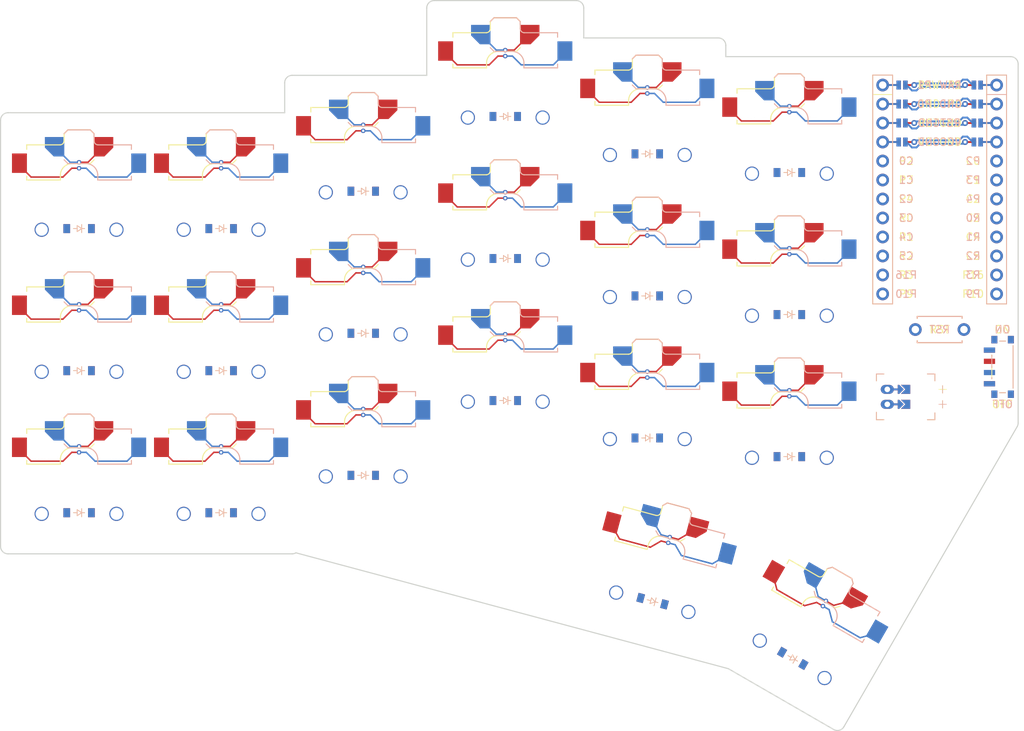
<source format=kicad_pcb>
(kicad_pcb (version 20240108) (generator "ergogen") (generator_version "4.1.0")
  (title_block (title "prototype") (date "2024-12-02") (rev "v1.0.0") (company "Unknown"))
  (layers (0 "F.Cu" signal) (31 "B.Cu" signal) (34 "B.Paste" user) (35 "F.Paste" user) (36 "B.SilkS" user "B.Silkscreen") (37 "F.SilkS" user "F.Silkscreen") (38 "B.Mask" user) (39 "F.Mask" user) (44 "Edge.Cuts" user))
  (net 0 "")
  (net 1 "C0")
  (net 2 "outer_bottom")
  (net 3 "GND")
  (net 4 "D1")
  (net 5 "D2")
  (net 6 "outer_home")
  (net 7 "outer_top")
  (net 8 "C1")
  (net 9 "pinky_bottom")
  (net 10 "pinky_home")
  (net 11 "pinky_top")
  (net 12 "C2")
  (net 13 "ring_bottom")
  (net 14 "ring_home")
  (net 15 "ring_top")
  (net 16 "C3")
  (net 17 "middle_bottom")
  (net 18 "middle_home")
  (net 19 "middle_top")
  (net 20 "C4")
  (net 21 "index_bottom")
  (net 22 "index_home")
  (net 23 "index_top")
  (net 24 "C5")
  (net 25 "indexfar_bottom")
  (net 26 "indexfar_home")
  (net 27 "indexfar_top")
  (net 28 "layer_cluster")
  (net 29 "space_cluster")
  (net 30 "R2")
  (net 31 "R1")
  (net 32 "R0")
  (net 33 "R3")
  (net 34 "RAW")
  (net 35 "RST")
  (net 36 "VCC")
  (net 37 "P16")
  (net 38 "P10")
  (net 39 "P1")
  (net 40 "P0")
  (net 41 "P2")
  (net 42 "P3")
  (net 43 "P4")
  (net 44 "P9")
  (net 45 "P101")
  (net 46 "P102")
  (net 47 "P107")
  (net 48 "MCU1_24")
  (net 49 "MCU1_1")
  (net 50 "MCU1_23")
  (net 51 "MCU1_2")
  (net 52 "MCU1_22")
  (net 53 "MCU1_3")
  (net 54 "MCU1_21")
  (net 55 "MCU1_4")
  (net 56 "MCU1_20")
  (net 57 "MCU1_5")
  (net 58 "MCU1_19")
  (net 59 "MCU1_6")
  (net 60 "MCU1_18")
  (net 61 "MCU1_7")
  (net 62 "MCU1_17")
  (net 63 "MCU1_8")
  (net 64 "MCU1_16")
  (net 65 "MCU1_9")
  (net 66 "MCU1_15")
  (net 67 "MCU1_10")
  (net 68 "MCU1_14")
  (net 69 "MCU1_11")
  (net 70 "MCU1_13")
  (net 71 "MCU1_12")
  (net 72 "BAT_P")
  (net 73 "JST1_1")
  (net 74 "JST1_2")
  (footprint "ceoloide:switch_choc_v1_v2" (layer "B.Cu") (at 100 100 0)
    (property "Reference" "S1" hide)
  )
  (segment (start 103.275 94.05) (end 101.2 96.125) (width 0.2) (layer "F.Cu") (net 1))
  (segment (start 101.2 96.125) (end 100 96.125) (width 0.2) (layer "F.Cu") (net 1))
  (via (at 100 96.125) (size 0.6) (drill 0.3) (layers "F.Cu" "B.Cu") (net 1))
  (segment (start 98.8 96.125) (end 100 96.125) (width 0.2) (layer "B.Cu") (net 1))
  (segment (start 96.725 94.05) (end 98.8 96.125) (width 0.2) (layer "B.Cu") (net 1))
  (segment (start 93.579 98.104) (end 97.846 98.104) (width 0.2) (layer "F.Cu") (net 2))
  (segment (start 99.025 96.925) (end 100 96.925) (width 0.2) (layer "F.Cu") (net 2))
  (segment (start 91.725 96.25) (end 93.579 98.104) (width 0.2) (layer "F.Cu") (net 2))
  (segment (start 97.846 98.104) (end 99.025 96.925) (width 0.2) (layer "F.Cu") (net 2))
  (via (at 100 96.925) (size 0.6) (drill 0.3) (layers "F.Cu" "B.Cu") (net 2))
  (segment (start 102.140166 98.104) (end 100.961166 96.925) (width 0.2) (layer "B.Cu") (net 2))
  (segment (start 106.421 98.104) (end 102.140166 98.104) (width 0.2) (layer "B.Cu") (net 2))
  (segment (start 100.961166 96.925) (end 100 96.925) (width 0.2) (layer "B.Cu") (net 2))
  (segment (start 108.275 96.25) (end 106.421 98.104) (width 0.2) (layer "B.Cu") (net 2))
  (footprint "ceoloide:switch_choc_v1_v2" (layer "B.Cu") (at 100 81 0)
    (property "Reference" "S2" hide)
  )
  (segment (start 103.275 75.05) (end 101.2 77.125) (width 0.2) (layer "F.Cu") (net 1))
  (segment (start 101.2 77.125) (end 100 77.125) (width 0.2) (layer "F.Cu") (net 1))
  (via (at 100 77.125) (size 0.6) (drill 0.3) (layers "F.Cu" "B.Cu") (net 1))
  (segment (start 98.8 77.125) (end 100 77.125) (width 0.2) (layer "B.Cu") (net 1))
  (segment (start 96.725 75.05) (end 98.8 77.125) (width 0.2) (layer "B.Cu") (net 1))
  (segment (start 93.579 79.104) (end 97.846 79.104) (width 0.2) (layer "F.Cu") (net 6))
  (segment (start 99.025 77.925) (end 100 77.925) (width 0.2) (layer "F.Cu") (net 6))
  (segment (start 91.725 77.25) (end 93.579 79.104) (width 0.2) (layer "F.Cu") (net 6))
  (segment (start 97.846 79.104) (end 99.025 77.925) (width 0.2) (layer "F.Cu") (net 6))
  (via (at 100 77.925) (size 0.6) (drill 0.3) (layers "F.Cu" "B.Cu") (net 6))
  (segment (start 102.140166 79.104) (end 100.961166 77.925) (width 0.2) (layer "B.Cu") (net 6))
  (segment (start 106.421 79.104) (end 102.140166 79.104) (width 0.2) (layer "B.Cu") (net 6))
  (segment (start 100.961166 77.925) (end 100 77.925) (width 0.2) (layer "B.Cu") (net 6))
  (segment (start 108.275 77.25) (end 106.421 79.104) (width 0.2) (layer "B.Cu") (net 6))
  (footprint "ceoloide:switch_choc_v1_v2" (layer "B.Cu") (at 100 62 0)
    (property "Reference" "S3" hide)
  )
  (segment (start 103.275 56.05) (end 101.2 58.125) (width 0.2) (layer "F.Cu") (net 1))
  (segment (start 101.2 58.125) (end 100 58.125) (width 0.2) (layer "F.Cu") (net 1))
  (via (at 100 58.125) (size 0.6) (drill 0.3) (layers "F.Cu" "B.Cu") (net 1))
  (segment (start 98.8 58.125) (end 100 58.125) (width 0.2) (layer "B.Cu") (net 1))
  (segment (start 96.725 56.05) (end 98.8 58.125) (width 0.2) (layer "B.Cu") (net 1))
  (segment (start 93.579 60.104) (end 97.846 60.104) (width 0.2) (layer "F.Cu") (net 7))
  (segment (start 99.025 58.925) (end 100 58.925) (width 0.2) (layer "F.Cu") (net 7))
  (segment (start 91.725 58.25) (end 93.579 60.104) (width 0.2) (layer "F.Cu") (net 7))
  (segment (start 97.846 60.104) (end 99.025 58.925) (width 0.2) (layer "F.Cu") (net 7))
  (via (at 100 58.925) (size 0.6) (drill 0.3) (layers "F.Cu" "B.Cu") (net 7))
  (segment (start 102.140166 60.104) (end 100.961166 58.925) (width 0.2) (layer "B.Cu") (net 7))
  (segment (start 106.421 60.104) (end 102.140166 60.104) (width 0.2) (layer "B.Cu") (net 7))
  (segment (start 100.961166 58.925) (end 100 58.925) (width 0.2) (layer "B.Cu") (net 7))
  (segment (start 108.275 58.25) (end 106.421 60.104) (width 0.2) (layer "B.Cu") (net 7))
  (footprint "ceoloide:switch_choc_v1_v2" (layer "B.Cu") (at 119 100 0)
    (property "Reference" "S4" hide)
  )
  (segment (start 122.275 94.05) (end 120.2 96.125) (width 0.2) (layer "F.Cu") (net 8))
  (segment (start 120.2 96.125) (end 119 96.125) (width 0.2) (layer "F.Cu") (net 8))
  (via (at 119 96.125) (size 0.6) (drill 0.3) (layers "F.Cu" "B.Cu") (net 8))
  (segment (start 117.8 96.125) (end 119 96.125) (width 0.2) (layer "B.Cu") (net 8))
  (segment (start 115.725 94.05) (end 117.8 96.125) (width 0.2) (layer "B.Cu") (net 8))
  (segment (start 112.579 98.104) (end 116.846 98.104) (width 0.2) (layer "F.Cu") (net 9))
  (segment (start 118.025 96.925) (end 119 96.925) (width 0.2) (layer "F.Cu") (net 9))
  (segment (start 110.725 96.25) (end 112.579 98.104) (width 0.2) (layer "F.Cu") (net 9))
  (segment (start 116.846 98.104) (end 118.025 96.925) (width 0.2) (layer "F.Cu") (net 9))
  (via (at 119 96.925) (size 0.6) (drill 0.3) (layers "F.Cu" "B.Cu") (net 9))
  (segment (start 121.140166 98.104) (end 119.961166 96.925) (width 0.2) (layer "B.Cu") (net 9))
  (segment (start 125.421 98.104) (end 121.140166 98.104) (width 0.2) (layer "B.Cu") (net 9))
  (segment (start 119.961166 96.925) (end 119 96.925) (width 0.2) (layer "B.Cu") (net 9))
  (segment (start 127.275 96.25) (end 125.421 98.104) (width 0.2) (layer "B.Cu") (net 9))
  (footprint "ceoloide:switch_choc_v1_v2" (layer "B.Cu") (at 119 81 0)
    (property "Reference" "S5" hide)
  )
  (segment (start 122.275 75.05) (end 120.2 77.125) (width 0.2) (layer "F.Cu") (net 8))
  (segment (start 120.2 77.125) (end 119 77.125) (width 0.2) (layer "F.Cu") (net 8))
  (via (at 119 77.125) (size 0.6) (drill 0.3) (layers "F.Cu" "B.Cu") (net 8))
  (segment (start 117.8 77.125) (end 119 77.125) (width 0.2) (layer "B.Cu") (net 8))
  (segment (start 115.725 75.05) (end 117.8 77.125) (width 0.2) (layer "B.Cu") (net 8))
  (segment (start 112.579 79.104) (end 116.846 79.104) (width 0.2) (layer "F.Cu") (net 10))
  (segment (start 118.025 77.925) (end 119 77.925) (width 0.2) (layer "F.Cu") (net 10))
  (segment (start 110.725 77.25) (end 112.579 79.104) (width 0.2) (layer "F.Cu") (net 10))
  (segment (start 116.846 79.104) (end 118.025 77.925) (width 0.2) (layer "F.Cu") (net 10))
  (via (at 119 77.925) (size 0.6) (drill 0.3) (layers "F.Cu" "B.Cu") (net 10))
  (segment (start 121.140166 79.104) (end 119.961166 77.925) (width 0.2) (layer "B.Cu") (net 10))
  (segment (start 125.421 79.104) (end 121.140166 79.104) (width 0.2) (layer "B.Cu") (net 10))
  (segment (start 119.961166 77.925) (end 119 77.925) (width 0.2) (layer "B.Cu") (net 10))
  (segment (start 127.275 77.25) (end 125.421 79.104) (width 0.2) (layer "B.Cu") (net 10))
  (footprint "ceoloide:switch_choc_v1_v2" (layer "B.Cu") (at 119 62 0)
    (property "Reference" "S6" hide)
  )
  (segment (start 122.275 56.05) (end 120.2 58.125) (width 0.2) (layer "F.Cu") (net 8))
  (segment (start 120.2 58.125) (end 119 58.125) (width 0.2) (layer "F.Cu") (net 8))
  (via (at 119 58.125) (size 0.6) (drill 0.3) (layers "F.Cu" "B.Cu") (net 8))
  (segment (start 117.8 58.125) (end 119 58.125) (width 0.2) (layer "B.Cu") (net 8))
  (segment (start 115.725 56.05) (end 117.8 58.125) (width 0.2) (layer "B.Cu") (net 8))
  (segment (start 112.579 60.104) (end 116.846 60.104) (width 0.2) (layer "F.Cu") (net 11))
  (segment (start 118.025 58.925) (end 119 58.925) (width 0.2) (layer "F.Cu") (net 11))
  (segment (start 110.725 58.25) (end 112.579 60.104) (width 0.2) (layer "F.Cu") (net 11))
  (segment (start 116.846 60.104) (end 118.025 58.925) (width 0.2) (layer "F.Cu") (net 11))
  (via (at 119 58.925) (size 0.6) (drill 0.3) (layers "F.Cu" "B.Cu") (net 11))
  (segment (start 121.140166 60.104) (end 119.961166 58.925) (width 0.2) (layer "B.Cu") (net 11))
  (segment (start 125.421 60.104) (end 121.140166 60.104) (width 0.2) (layer "B.Cu") (net 11))
  (segment (start 119.961166 58.925) (end 119 58.925) (width 0.2) (layer "B.Cu") (net 11))
  (segment (start 127.275 58.25) (end 125.421 60.104) (width 0.2) (layer "B.Cu") (net 11))
  (footprint "ceoloide:switch_choc_v1_v2" (layer "B.Cu") (at 138 95 0)
    (property "Reference" "S7" hide)
  )
  (segment (start 141.275 89.05) (end 139.2 91.125) (width 0.2) (layer "F.Cu") (net 12))
  (segment (start 139.2 91.125) (end 138 91.125) (width 0.2) (layer "F.Cu") (net 12))
  (via (at 138 91.125) (size 0.6) (drill 0.3) (layers "F.Cu" "B.Cu") (net 12))
  (segment (start 136.8 91.125) (end 138 91.125) (width 0.2) (layer "B.Cu") (net 12))
  (segment (start 134.725 89.05) (end 136.8 91.125) (width 0.2) (layer "B.Cu") (net 12))
  (segment (start 131.579 93.104) (end 135.846 93.104) (width 0.2) (layer "F.Cu") (net 13))
  (segment (start 137.025 91.925) (end 138 91.925) (width 0.2) (layer "F.Cu") (net 13))
  (segment (start 129.725 91.25) (end 131.579 93.104) (width 0.2) (layer "F.Cu") (net 13))
  (segment (start 135.846 93.104) (end 137.025 91.925) (width 0.2) (layer "F.Cu") (net 13))
  (via (at 138 91.925) (size 0.6) (drill 0.3) (layers "F.Cu" "B.Cu") (net 13))
  (segment (start 140.140166 93.104) (end 138.961166 91.925) (width 0.2) (layer "B.Cu") (net 13))
  (segment (start 144.421 93.104) (end 140.140166 93.104) (width 0.2) (layer "B.Cu") (net 13))
  (segment (start 138.961166 91.925) (end 138 91.925) (width 0.2) (layer "B.Cu") (net 13))
  (segment (start 146.275 91.25) (end 144.421 93.104) (width 0.2) (layer "B.Cu") (net 13))
  (footprint "ceoloide:switch_choc_v1_v2" (layer "B.Cu") (at 138 76 0)
    (property "Reference" "S8" hide)
  )
  (segment (start 141.275 70.05) (end 139.2 72.125) (width 0.2) (layer "F.Cu") (net 12))
  (segment (start 139.2 72.125) (end 138 72.125) (width 0.2) (layer "F.Cu") (net 12))
  (via (at 138 72.125) (size 0.6) (drill 0.3) (layers "F.Cu" "B.Cu") (net 12))
  (segment (start 136.8 72.125) (end 138 72.125) (width 0.2) (layer "B.Cu") (net 12))
  (segment (start 134.725 70.05) (end 136.8 72.125) (width 0.2) (layer "B.Cu") (net 12))
  (segment (start 131.579 74.104) (end 135.846 74.104) (width 0.2) (layer "F.Cu") (net 14))
  (segment (start 137.025 72.925) (end 138 72.925) (width 0.2) (layer "F.Cu") (net 14))
  (segment (start 129.725 72.25) (end 131.579 74.104) (width 0.2) (layer "F.Cu") (net 14))
  (segment (start 135.846 74.104) (end 137.025 72.925) (width 0.2) (layer "F.Cu") (net 14))
  (via (at 138 72.925) (size 0.6) (drill 0.3) (layers "F.Cu" "B.Cu") (net 14))
  (segment (start 140.140166 74.104) (end 138.961166 72.925) (width 0.2) (layer "B.Cu") (net 14))
  (segment (start 144.421 74.104) (end 140.140166 74.104) (width 0.2) (layer "B.Cu") (net 14))
  (segment (start 138.961166 72.925) (end 138 72.925) (width 0.2) (layer "B.Cu") (net 14))
  (segment (start 146.275 72.25) (end 144.421 74.104) (width 0.2) (layer "B.Cu") (net 14))
  (footprint "ceoloide:switch_choc_v1_v2" (layer "B.Cu") (at 138 57 0)
    (property "Reference" "S9" hide)
  )
  (segment (start 141.275 51.05) (end 139.2 53.125) (width 0.2) (layer "F.Cu") (net 12))
  (segment (start 139.2 53.125) (end 138 53.125) (width 0.2) (layer "F.Cu") (net 12))
  (via (at 138 53.125) (size 0.6) (drill 0.3) (layers "F.Cu" "B.Cu") (net 12))
  (segment (start 136.8 53.125) (end 138 53.125) (width 0.2) (layer "B.Cu") (net 12))
  (segment (start 134.725 51.05) (end 136.8 53.125) (width 0.2) (layer "B.Cu") (net 12))
  (segment (start 131.579 55.104) (end 135.846 55.104) (width 0.2) (layer "F.Cu") (net 15))
  (segment (start 137.025 53.925) (end 138 53.925) (width 0.2) (layer "F.Cu") (net 15))
  (segment (start 129.725 53.25) (end 131.579 55.104) (width 0.2) (layer "F.Cu") (net 15))
  (segment (start 135.846 55.104) (end 137.025 53.925) (width 0.2) (layer "F.Cu") (net 15))
  (via (at 138 53.925) (size 0.6) (drill 0.3) (layers "F.Cu" "B.Cu") (net 15))
  (segment (start 140.140166 55.104) (end 138.961166 53.925) (width 0.2) (layer "B.Cu") (net 15))
  (segment (start 144.421 55.104) (end 140.140166 55.104) (width 0.2) (layer "B.Cu") (net 15))
  (segment (start 138.961166 53.925) (end 138 53.925) (width 0.2) (layer "B.Cu") (net 15))
  (segment (start 146.275 53.25) (end 144.421 55.104) (width 0.2) (layer "B.Cu") (net 15))
  (footprint "ceoloide:switch_choc_v1_v2" (layer "B.Cu") (at 157 85 0)
    (property "Reference" "S10" hide)
  )
  (segment (start 160.275 79.05) (end 158.2 81.125) (width 0.2) (layer "F.Cu") (net 16))
  (segment (start 158.2 81.125) (end 157 81.125) (width 0.2) (layer "F.Cu") (net 16))
  (via (at 157 81.125) (size 0.6) (drill 0.3) (layers "F.Cu" "B.Cu") (net 16))
  (segment (start 155.8 81.125) (end 157 81.125) (width 0.2) (layer "B.Cu") (net 16))
  (segment (start 153.725 79.05) (end 155.8 81.125) (width 0.2) (layer "B.Cu") (net 16))
  (segment (start 150.579 83.104) (end 154.846 83.104) (width 0.2) (layer "F.Cu") (net 17))
  (segment (start 156.025 81.925) (end 157 81.925) (width 0.2) (layer "F.Cu") (net 17))
  (segment (start 148.725 81.25) (end 150.579 83.104) (width 0.2) (layer "F.Cu") (net 17))
  (segment (start 154.846 83.104) (end 156.025 81.925) (width 0.2) (layer "F.Cu") (net 17))
  (via (at 157 81.925) (size 0.6) (drill 0.3) (layers "F.Cu" "B.Cu") (net 17))
  (segment (start 159.140166 83.104) (end 157.961166 81.925) (width 0.2) (layer "B.Cu") (net 17))
  (segment (start 163.421 83.104) (end 159.140166 83.104) (width 0.2) (layer "B.Cu") (net 17))
  (segment (start 157.961166 81.925) (end 157 81.925) (width 0.2) (layer "B.Cu") (net 17))
  (segment (start 165.275 81.25) (end 163.421 83.104) (width 0.2) (layer "B.Cu") (net 17))
  (footprint "ceoloide:switch_choc_v1_v2" (layer "B.Cu") (at 157 66 0)
    (property "Reference" "S11" hide)
  )
  (segment (start 160.275 60.05) (end 158.2 62.125) (width 0.2) (layer "F.Cu") (net 16))
  (segment (start 158.2 62.125) (end 157 62.125) (width 0.2) (layer "F.Cu") (net 16))
  (via (at 157 62.125) (size 0.6) (drill 0.3) (layers "F.Cu" "B.Cu") (net 16))
  (segment (start 155.8 62.125) (end 157 62.125) (width 0.2) (layer "B.Cu") (net 16))
  (segment (start 153.725 60.05) (end 155.8 62.125) (width 0.2) (layer "B.Cu") (net 16))
  (segment (start 150.579 64.104) (end 154.846 64.104) (width 0.2) (layer "F.Cu") (net 18))
  (segment (start 156.025 62.925) (end 157 62.925) (width 0.2) (layer "F.Cu") (net 18))
  (segment (start 148.725 62.25) (end 150.579 64.104) (width 0.2) (layer "F.Cu") (net 18))
  (segment (start 154.846 64.104) (end 156.025 62.925) (width 0.2) (layer "F.Cu") (net 18))
  (via (at 157 62.925) (size 0.6) (drill 0.3) (layers "F.Cu" "B.Cu") (net 18))
  (segment (start 159.140166 64.104) (end 157.961166 62.925) (width 0.2) (layer "B.Cu") (net 18))
  (segment (start 163.421 64.104) (end 159.140166 64.104) (width 0.2) (layer "B.Cu") (net 18))
  (segment (start 157.961166 62.925) (end 157 62.925) (width 0.2) (layer "B.Cu") (net 18))
  (segment (start 165.275 62.25) (end 163.421 64.104) (width 0.2) (layer "B.Cu") (net 18))
  (footprint "ceoloide:switch_choc_v1_v2" (layer "B.Cu") (at 157 47 0)
    (property "Reference" "S12" hide)
  )
  (segment (start 160.275 41.05) (end 158.2 43.125) (width 0.2) (layer "F.Cu") (net 16))
  (segment (start 158.2 43.125) (end 157 43.125) (width 0.2) (layer "F.Cu") (net 16))
  (via (at 157 43.125) (size 0.6) (drill 0.3) (layers "F.Cu" "B.Cu") (net 16))
  (segment (start 155.8 43.125) (end 157 43.125) (width 0.2) (layer "B.Cu") (net 16))
  (segment (start 153.725 41.05) (end 155.8 43.125) (width 0.2) (layer "B.Cu") (net 16))
  (segment (start 150.579 45.104) (end 154.846 45.104) (width 0.2) (layer "F.Cu") (net 19))
  (segment (start 156.025 43.925) (end 157 43.925) (width 0.2) (layer "F.Cu") (net 19))
  (segment (start 148.725 43.25) (end 150.579 45.104) (width 0.2) (layer "F.Cu") (net 19))
  (segment (start 154.846 45.104) (end 156.025 43.925) (width 0.2) (layer "F.Cu") (net 19))
  (via (at 157 43.925) (size 0.6) (drill 0.3) (layers "F.Cu" "B.Cu") (net 19))
  (segment (start 159.140166 45.104) (end 157.961166 43.925) (width 0.2) (layer "B.Cu") (net 19))
  (segment (start 163.421 45.104) (end 159.140166 45.104) (width 0.2) (layer "B.Cu") (net 19))
  (segment (start 157.961166 43.925) (end 157 43.925) (width 0.2) (layer "B.Cu") (net 19))
  (segment (start 165.275 43.25) (end 163.421 45.104) (width 0.2) (layer "B.Cu") (net 19))
  (footprint "ceoloide:switch_choc_v1_v2" (layer "B.Cu") (at 176 90 0)
    (property "Reference" "S13" hide)
  )
  (segment (start 179.275 84.05) (end 177.2 86.125) (width 0.2) (layer "F.Cu") (net 20))
  (segment (start 177.2 86.125) (end 176 86.125) (width 0.2) (layer "F.Cu") (net 20))
  (via (at 176 86.125) (size 0.6) (drill 0.3) (layers "F.Cu" "B.Cu") (net 20))
  (segment (start 174.8 86.125) (end 176 86.125) (width 0.2) (layer "B.Cu") (net 20))
  (segment (start 172.725 84.05) (end 174.8 86.125) (width 0.2) (layer "B.Cu") (net 20))
  (segment (start 169.579 88.104) (end 173.846 88.104) (width 0.2) (layer "F.Cu") (net 21))
  (segment (start 175.025 86.925) (end 176 86.925) (width 0.2) (layer "F.Cu") (net 21))
  (segment (start 167.725 86.25) (end 169.579 88.104) (width 0.2) (layer "F.Cu") (net 21))
  (segment (start 173.846 88.104) (end 175.025 86.925) (width 0.2) (layer "F.Cu") (net 21))
  (via (at 176 86.925) (size 0.6) (drill 0.3) (layers "F.Cu" "B.Cu") (net 21))
  (segment (start 178.140166 88.104) (end 176.961166 86.925) (width 0.2) (layer "B.Cu") (net 21))
  (segment (start 182.421 88.104) (end 178.140166 88.104) (width 0.2) (layer "B.Cu") (net 21))
  (segment (start 176.961166 86.925) (end 176 86.925) (width 0.2) (layer "B.Cu") (net 21))
  (segment (start 184.275 86.25) (end 182.421 88.104) (width 0.2) (layer "B.Cu") (net 21))
  (footprint "ceoloide:switch_choc_v1_v2" (layer "B.Cu") (at 176 71 0)
    (property "Reference" "S14" hide)
  )
  (segment (start 179.275 65.05) (end 177.2 67.125) (width 0.2) (layer "F.Cu") (net 20))
  (segment (start 177.2 67.125) (end 176 67.125) (width 0.2) (layer "F.Cu") (net 20))
  (via (at 176 67.125) (size 0.6) (drill 0.3) (layers "F.Cu" "B.Cu") (net 20))
  (segment (start 174.8 67.125) (end 176 67.125) (width 0.2) (layer "B.Cu") (net 20))
  (segment (start 172.725 65.05) (end 174.8 67.125) (width 0.2) (layer "B.Cu") (net 20))
  (segment (start 169.579 69.104) (end 173.846 69.104) (width 0.2) (layer "F.Cu") (net 22))
  (segment (start 175.025 67.925) (end 176 67.925) (width 0.2) (layer "F.Cu") (net 22))
  (segment (start 167.725 67.25) (end 169.579 69.104) (width 0.2) (layer "F.Cu") (net 22))
  (segment (start 173.846 69.104) (end 175.025 67.925) (width 0.2) (layer "F.Cu") (net 22))
  (via (at 176 67.925) (size 0.6) (drill 0.3) (layers "F.Cu" "B.Cu") (net 22))
  (segment (start 178.140166 69.104) (end 176.961166 67.925) (width 0.2) (layer "B.Cu") (net 22))
  (segment (start 182.421 69.104) (end 178.140166 69.104) (width 0.2) (layer "B.Cu") (net 22))
  (segment (start 176.961166 67.925) (end 176 67.925) (width 0.2) (layer "B.Cu") (net 22))
  (segment (start 184.275 67.25) (end 182.421 69.104) (width 0.2) (layer "B.Cu") (net 22))
  (footprint "ceoloide:switch_choc_v1_v2" (layer "B.Cu") (at 176 52 0)
    (property "Reference" "S15" hide)
  )
  (segment (start 179.275 46.05) (end 177.2 48.125) (width 0.2) (layer "F.Cu") (net 20))
  (segment (start 177.2 48.125) (end 176 48.125) (width 0.2) (layer "F.Cu") (net 20))
  (via (at 176 48.125) (size 0.6) (drill 0.3) (layers "F.Cu" "B.Cu") (net 20))
  (segment (start 174.8 48.125) (end 176 48.125) (width 0.2) (layer "B.Cu") (net 20))
  (segment (start 172.725 46.05) (end 174.8 48.125) (width 0.2) (layer "B.Cu") (net 20))
  (segment (start 169.579 50.104) (end 173.846 50.104) (width 0.2) (layer "F.Cu") (net 23))
  (segment (start 175.025 48.925) (end 176 48.925) (width 0.2) (layer "F.Cu") (net 23))
  (segment (start 167.725 48.25) (end 169.579 50.104) (width 0.2) (layer "F.Cu") (net 23))
  (segment (start 173.846 50.104) (end 175.025 48.925) (width 0.2) (layer "F.Cu") (net 23))
  (via (at 176 48.925) (size 0.6) (drill 0.3) (layers "F.Cu" "B.Cu") (net 23))
  (segment (start 178.140166 50.104) (end 176.961166 48.925) (width 0.2) (layer "B.Cu") (net 23))
  (segment (start 182.421 50.104) (end 178.140166 50.104) (width 0.2) (layer "B.Cu") (net 23))
  (segment (start 176.961166 48.925) (end 176 48.925) (width 0.2) (layer "B.Cu") (net 23))
  (segment (start 184.275 48.25) (end 182.421 50.104) (width 0.2) (layer "B.Cu") (net 23))
  (footprint "ceoloide:switch_choc_v1_v2" (layer "B.Cu") (at 195 92.5 0)
    (property "Reference" "S16" hide)
  )
  (segment (start 198.275 86.55) (end 196.2 88.625) (width 0.2) (layer "F.Cu") (net 24))
  (segment (start 196.2 88.625) (end 195 88.625) (width 0.2) (layer "F.Cu") (net 24))
  (via (at 195 88.625) (size 0.6) (drill 0.3) (layers "F.Cu" "B.Cu") (net 24))
  (segment (start 193.8 88.625) (end 195 88.625) (width 0.2) (layer "B.Cu") (net 24))
  (segment (start 191.725 86.55) (end 193.8 88.625) (width 0.2) (layer "B.Cu") (net 24))
  (segment (start 188.579 90.604) (end 192.846 90.604) (width 0.2) (layer "F.Cu") (net 25))
  (segment (start 194.025 89.425) (end 195 89.425) (width 0.2) (layer "F.Cu") (net 25))
  (segment (start 186.725 88.75) (end 188.579 90.604) (width 0.2) (layer "F.Cu") (net 25))
  (segment (start 192.846 90.604) (end 194.025 89.425) (width 0.2) (layer "F.Cu") (net 25))
  (via (at 195 89.425) (size 0.6) (drill 0.3) (layers "F.Cu" "B.Cu") (net 25))
  (segment (start 197.140166 90.604) (end 195.961166 89.425) (width 0.2) (layer "B.Cu") (net 25))
  (segment (start 201.421 90.604) (end 197.140166 90.604) (width 0.2) (layer "B.Cu") (net 25))
  (segment (start 195.961166 89.425) (end 195 89.425) (width 0.2) (layer "B.Cu") (net 25))
  (segment (start 203.275 88.75) (end 201.421 90.604) (width 0.2) (layer "B.Cu") (net 25))
  (footprint "ceoloide:switch_choc_v1_v2" (layer "B.Cu") (at 195 73.5 0)
    (property "Reference" "S17" hide)
  )
  (segment (start 198.275 67.55) (end 196.2 69.625) (width 0.2) (layer "F.Cu") (net 24))
  (segment (start 196.2 69.625) (end 195 69.625) (width 0.2) (layer "F.Cu") (net 24))
  (via (at 195 69.625) (size 0.6) (drill 0.3) (layers "F.Cu" "B.Cu") (net 24))
  (segment (start 193.8 69.625) (end 195 69.625) (width 0.2) (layer "B.Cu") (net 24))
  (segment (start 191.725 67.55) (end 193.8 69.625) (width 0.2) (layer "B.Cu") (net 24))
  (segment (start 188.579 71.604) (end 192.846 71.604) (width 0.2) (layer "F.Cu") (net 26))
  (segment (start 194.025 70.425) (end 195 70.425) (width 0.2) (layer "F.Cu") (net 26))
  (segment (start 186.725 69.75) (end 188.579 71.604) (width 0.2) (layer "F.Cu") (net 26))
  (segment (start 192.846 71.604) (end 194.025 70.425) (width 0.2) (layer "F.Cu") (net 26))
  (via (at 195 70.425) (size 0.6) (drill 0.3) (layers "F.Cu" "B.Cu") (net 26))
  (segment (start 197.140166 71.604) (end 195.961166 70.425) (width 0.2) (layer "B.Cu") (net 26))
  (segment (start 201.421 71.604) (end 197.140166 71.604) (width 0.2) (layer "B.Cu") (net 26))
  (segment (start 195.961166 70.425) (end 195 70.425) (width 0.2) (layer "B.Cu") (net 26))
  (segment (start 203.275 69.75) (end 201.421 71.604) (width 0.2) (layer "B.Cu") (net 26))
  (footprint "ceoloide:switch_choc_v1_v2" (layer "B.Cu") (at 195 54.5 0)
    (property "Reference" "S18" hide)
  )
  (segment (start 198.275 48.55) (end 196.2 50.625) (width 0.2) (layer "F.Cu") (net 24))
  (segment (start 196.2 50.625) (end 195 50.625) (width 0.2) (layer "F.Cu") (net 24))
  (via (at 195 50.625) (size 0.6) (drill 0.3) (layers "F.Cu" "B.Cu") (net 24))
  (segment (start 193.8 50.625) (end 195 50.625) (width 0.2) (layer "B.Cu") (net 24))
  (segment (start 191.725 48.55) (end 193.8 50.625) (width 0.2) (layer "B.Cu") (net 24))
  (segment (start 188.579 52.604) (end 192.846 52.604) (width 0.2) (layer "F.Cu") (net 27))
  (segment (start 194.025 51.425) (end 195 51.425) (width 0.2) (layer "F.Cu") (net 27))
  (segment (start 186.725 50.75) (end 188.579 52.604) (width 0.2) (layer "F.Cu") (net 27))
  (segment (start 192.846 52.604) (end 194.025 51.425) (width 0.2) (layer "F.Cu") (net 27))
  (via (at 195 51.425) (size 0.6) (drill 0.3) (layers "F.Cu" "B.Cu") (net 27))
  (segment (start 197.140166 52.604) (end 195.961166 51.425) (width 0.2) (layer "B.Cu") (net 27))
  (segment (start 201.421 52.604) (end 197.140166 52.604) (width 0.2) (layer "B.Cu") (net 27))
  (segment (start 195.961166 51.425) (end 195 51.425) (width 0.2) (layer "B.Cu") (net 27))
  (segment (start 203.275 50.75) (end 201.421 52.604) (width 0.2) (layer "B.Cu") (net 27))
  (footprint "ceoloide:switch_choc_v1_v2" (layer "B.Cu") (at 178 112 -15)
    (property "Reference" "S19" hide)
  )
  (segment (start 182.70338040000001 107.1003737) (end 180.1620348 108.5676203) (width 0.2) (layer "F.Cu") (net 20))
  (segment (start 180.1620348 108.5676203) (end 179.0029238 108.2570374) (width 0.2) (layer "F.Cu") (net 20))
  (via (at 179.0029238 108.2570374) (size 0.6) (drill 0.3) (layers "F.Cu" "B.Cu") (net 20))
  (segment (start 177.8438128 107.9464546) (end 179.0029238 108.2570374) (width 0.2) (layer "B.Cu") (net 20))
  (segment (start 176.3765662 105.405109) (end 177.8438128 107.9464546) (width 0.2) (layer "B.Cu") (net 20))
  (segment (start 172.2885112 108.5067275) (end 176.4101167 109.6111084) (width 0.2) (layer "F.Cu") (net 28))
  (segment (start 177.8540909 108.7774295) (end 178.7958686 109.0297781) (width 0.2) (layer "F.Cu") (net 28))
  (segment (start 170.9775352 106.2360506) (end 172.2885112 108.5067275) (width 0.2) (layer "F.Cu") (net 28))
  (segment (start 176.4101167 109.6111084) (end 177.8540909 108.7774295) (width 0.2) (layer "F.Cu") (net 28))
  (via (at 178.7958686 109.0297781) (size 0.6) (drill 0.3) (layers "F.Cu" "B.Cu") (net 28))
  (segment (start 180.5579625 110.7225204) (end 179.7242836 109.2785462) (width 0.2) (layer "B.Cu") (net 28))
  (segment (start 184.6929306 111.8304817) (end 180.5579625 110.7225204) (width 0.2) (layer "B.Cu") (net 28))
  (segment (start 179.7242836 109.2785462) (end 178.7958686 109.0297781) (width 0.2) (layer "B.Cu") (net 28))
  (segment (start 186.9636076 110.5195057) (end 184.6929306 111.8304817) (width 0.2) (layer "B.Cu") (net 28))
  (footprint "ceoloide:switch_choc_v1_v2" (layer "B.Cu") (at 197.95066690000002 120.14961269999999 -30)
    (property "Reference" "S20" hide)
  )
  (segment (start 203.76190010000002 116.6342615) (end 200.92739740000002 117.39376429999999) (width 0.2) (layer "F.Cu") (net 24))
  (segment (start 200.92739740000002 117.39376429999999) (end 199.88816690000002 116.79376429999999) (width 0.2) (layer "F.Cu") (net 24))
  (via (at 199.88816690000002 116.79376429999999) (size 0.6) (drill 0.3) (layers "F.Cu" "B.Cu") (net 24))
  (segment (start 198.8489364 116.1937643) (end 199.88816690000002 116.79376429999999) (width 0.2) (layer "B.Cu") (net 24))
  (segment (start 198.08943370000003 113.35926149999999) (end 198.8489364 116.1937643) (width 0.2) (layer "B.Cu") (net 24))
  (segment (start 193.3379178 115.29712849999999) (end 197.0332482 117.4306285) (width 0.2) (layer "F.Cu") (net 29))
  (segment (start 198.6437921 116.99908459999999) (end 199.4881669 117.48658459999999) (width 0.2) (layer "F.Cu") (net 29))
  (segment (start 192.6593067 112.76451739999999) (end 193.3379178 115.29712849999999) (width 0.2) (layer "F.Cu") (net 29))
  (segment (start 197.0332482 117.4306285) (end 198.6437921 116.99908459999999) (width 0.2) (layer "F.Cu") (net 29))
  (via (at 199.4881669 117.48658459999999) (size 0.6) (drill 0.3) (layers "F.Cu" "B.Cu") (net 29))
  (segment (start 200.75210500000003 119.57771149999999) (end 200.32056110000002 117.9671676) (width 0.2) (layer "B.Cu") (net 29))
  (segment (start 204.459416 121.71812849999999) (end 200.75210500000003 119.57771149999999) (width 0.2) (layer "B.Cu") (net 29))
  (segment (start 200.32056110000002 117.9671676) (end 199.4881669 117.48658459999999) (width 0.2) (layer "B.Cu") (net 29))
  (segment (start 206.99202710000003 121.0395174) (end 204.459416 121.71812849999999) (width 0.2) (layer "B.Cu") (net 29))
  (footprint "ceoloide:diode_tht_sod123" (layer "F.Cu") (at 100 105 180)
    (property "Reference" "D1" hide)
  )
  (footprint "ceoloide:diode_tht_sod123" (layer "F.Cu") (at 100 86 180)
    (property "Reference" "D2" hide)
  )
  (footprint "ceoloide:diode_tht_sod123" (layer "F.Cu") (at 100 67 180)
    (property "Reference" "D3" hide)
  )
  (footprint "ceoloide:diode_tht_sod123" (layer "F.Cu") (at 119 105 180)
    (property "Reference" "D4" hide)
  )
  (footprint "ceoloide:diode_tht_sod123" (layer "F.Cu") (at 119 86 180)
    (property "Reference" "D5" hide)
  )
  (footprint "ceoloide:diode_tht_sod123" (layer "F.Cu") (at 119 67 180)
    (property "Reference" "D6" hide)
  )
  (footprint "ceoloide:diode_tht_sod123" (layer "F.Cu") (at 138 100 180)
    (property "Reference" "D7" hide)
  )
  (footprint "ceoloide:diode_tht_sod123" (layer "F.Cu") (at 138 81 180)
    (property "Reference" "D8" hide)
  )
  (footprint "ceoloide:diode_tht_sod123" (layer "F.Cu") (at 138 62 180)
    (property "Reference" "D9" hide)
  )
  (footprint "ceoloide:diode_tht_sod123" (layer "F.Cu") (at 157 90 180)
    (property "Reference" "D10" hide)
  )
  (footprint "ceoloide:diode_tht_sod123" (layer "F.Cu") (at 157 71 180)
    (property "Reference" "D11" hide)
  )
  (footprint "ceoloide:diode_tht_sod123" (layer "F.Cu") (at 157 52 180)
    (property "Reference" "D12" hide)
  )
  (footprint "ceoloide:diode_tht_sod123" (layer "F.Cu") (at 176 95 180)
    (property "Reference" "D13" hide)
  )
  (footprint "ceoloide:diode_tht_sod123" (layer "F.Cu") (at 176 76 180)
    (property "Reference" "D14" hide)
  )
  (footprint "ceoloide:diode_tht_sod123" (layer "F.Cu") (at 176 57 180)
    (property "Reference" "D15" hide)
  )
  (footprint "ceoloide:diode_tht_sod123" (layer "F.Cu") (at 195 97.5 180)
    (property "Reference" "D16" hide)
  )
  (footprint "ceoloide:diode_tht_sod123" (layer "F.Cu") (at 195 78.5 180)
    (property "Reference" "D17" hide)
  )
  (footprint "ceoloide:diode_tht_sod123" (layer "F.Cu") (at 195 59.5 180)
    (property "Reference" "D18" hide)
  )
  (footprint "ceoloide:diode_tht_sod123" (layer "F.Cu") (at 176.7059048 116.8296291 165)
    (property "Reference" "D19" hide)
  )
  (footprint "ceoloide:diode_tht_sod123" (layer "F.Cu") (at 195.45066690000002 124.4797397 150)
    (property "Reference" "D20" hide)
  )
  (footprint "ceoloide:mcu_nice_nano" (layer "F.Cu") (at 215.1 60.5 0)
    (property "Reference" "MCU1" hide)
  )
  (segment (start 219.68 47.8) (end 218.5 47.8) (width 0.25) (layer "F.Cu"))
  (segment (start 210.51999999999998 47.8) (end 211.7 47.8) (width 0.25) (layer "F.Cu"))
  (segment (start 207.48 47.8) (end 209.6 47.8) (width 0.25) (layer "F.Cu"))
  (segment (start 207.48 47.8) (end 209.6 47.8) (width 0.25) (layer "B.Cu"))
  (segment (start 220.6 47.8) (end 222.72 47.8) (width 0.25) (layer "F.Cu"))
  (segment (start 222.72 47.8) (end 220.6 47.8) (width 0.25) (layer "B.Cu"))
  (segment (start 212.495305 48.03) (end 218.26999999999998 48.03) (width 0.25) (layer "B.Cu"))
  (segment (start 210.325 47.8) (end 210.67469499999999 47.8) (width 0.25) (layer "B.Cu"))
  (segment (start 211.399695 48.525) (end 212.000305 48.525) (width 0.25) (layer "B.Cu"))
  (segment (start 210.67469499999999 47.8) (end 211.399695 48.525) (width 0.25) (layer "B.Cu"))
  (segment (start 212.000305 48.525) (end 212.495305 48.03) (width 0.25) (layer "B.Cu"))
  (segment (start 219.875 47.8) (end 219.525305 47.8) (width 0.25) (layer "B.Cu"))
  (segment (start 217.694695 47.58) (end 211.92 47.58) (width 0.25) (layer "B.Cu"))
  (segment (start 219.525305 47.8) (end 218.80030499999998 47.075) (width 0.25) (layer "B.Cu"))
  (segment (start 218.80030499999998 47.075) (end 218.199695 47.075) (width 0.25) (layer "B.Cu"))
  (segment (start 218.199695 47.075) (end 217.694695 47.58) (width 0.25) (layer "B.Cu"))
  (segment (start 219.68 50.34) (end 218.5 50.34) (width 0.25) (layer "F.Cu"))
  (segment (start 210.51999999999998 50.34) (end 211.7 50.34) (width 0.25) (layer "F.Cu"))
  (segment (start 207.48 50.34) (end 209.6 50.34) (width 0.25) (layer "F.Cu"))
  (segment (start 207.48 50.34) (end 209.6 50.34) (width 0.25) (layer "B.Cu"))
  (segment (start 220.6 50.34) (end 222.72 50.34) (width 0.25) (layer "F.Cu"))
  (segment (start 222.72 50.34) (end 220.6 50.34) (width 0.25) (layer "B.Cu"))
  (segment (start 212.495305 50.57) (end 218.26999999999998 50.57) (width 0.25) (layer "B.Cu"))
  (segment (start 210.325 50.34) (end 210.67469499999999 50.34) (width 0.25) (layer "B.Cu"))
  (segment (start 211.399695 51.065) (end 212.000305 51.065) (width 0.25) (layer "B.Cu"))
  (segment (start 210.67469499999999 50.34) (end 211.399695 51.065) (width 0.25) (layer "B.Cu"))
  (segment (start 212.000305 51.065) (end 212.495305 50.57) (width 0.25) (layer "B.Cu"))
  (segment (start 219.875 50.34) (end 219.525305 50.34) (width 0.25) (layer "B.Cu"))
  (segment (start 217.694695 50.12) (end 211.92 50.12) (width 0.25) (layer "B.Cu"))
  (segment (start 219.525305 50.34) (end 218.80030499999998 49.615) (width 0.25) (layer "B.Cu"))
  (segment (start 218.80030499999998 49.615) (end 218.199695 49.615) (width 0.25) (layer "B.Cu"))
  (segment (start 218.199695 49.615) (end 217.694695 50.12) (width 0.25) (layer "B.Cu"))
  (segment (start 219.68 52.88) (end 218.5 52.88) (width 0.25) (layer "F.Cu"))
  (segment (start 210.51999999999998 52.88) (end 211.7 52.88) (width 0.25) (layer "F.Cu"))
  (segment (start 207.48 52.88) (end 209.6 52.88) (width 0.25) (layer "F.Cu"))
  (segment (start 207.48 52.88) (end 209.6 52.88) (width 0.25) (layer "B.Cu"))
  (segment (start 220.6 52.88) (end 222.72 52.88) (width 0.25) (layer "F.Cu"))
  (segment (start 222.72 52.88) (end 220.6 52.88) (width 0.25) (layer "B.Cu"))
  (segment (start 212.495305 53.11) (end 218.26999999999998 53.11) (width 0.25) (layer "B.Cu"))
  (segment (start 210.325 52.88) (end 210.67469499999999 52.88) (width 0.25) (layer "B.Cu"))
  (segment (start 211.399695 53.605000000000004) (end 212.000305 53.605000000000004) (width 0.25) (layer "B.Cu"))
  (segment (start 210.67469499999999 52.88) (end 211.399695 53.605000000000004) (width 0.25) (layer "B.Cu"))
  (segment (start 212.000305 53.605000000000004) (end 212.495305 53.11) (width 0.25) (layer "B.Cu"))
  (segment (start 219.875 52.88) (end 219.525305 52.88) (width 0.25) (layer "B.Cu"))
  (segment (start 217.694695 52.66) (end 211.92 52.66) (width 0.25) (layer "B.Cu"))
  (segment (start 219.525305 52.88) (end 218.80030499999998 52.155) (width 0.25) (layer "B.Cu"))
  (segment (start 218.80030499999998 52.155) (end 218.199695 52.155) (width 0.25) (layer "B.Cu"))
  (segment (start 218.199695 52.155) (end 217.694695 52.66) (width 0.25) (layer "B.Cu"))
  (segment (start 219.68 55.42) (end 218.5 55.42) (width 0.25) (layer "F.Cu"))
  (segment (start 210.51999999999998 55.42) (end 211.7 55.42) (width 0.25) (layer "F.Cu"))
  (segment (start 207.48 55.42) (end 209.6 55.42) (width 0.25) (layer "F.Cu"))
  (segment (start 207.48 55.42) (end 209.6 55.42) (width 0.25) (layer "B.Cu"))
  (segment (start 220.6 55.42) (end 222.72 55.42) (width 0.25) (layer "F.Cu"))
  (segment (start 222.72 55.42) (end 220.6 55.42) (width 0.25) (layer "B.Cu"))
  (segment (start 212.495305 55.65) (end 218.26999999999998 55.65) (width 0.25) (layer "B.Cu"))
  (segment (start 210.325 55.42) (end 210.67469499999999 55.42) (width 0.25) (layer "B.Cu"))
  (segment (start 211.399695 56.144999999999996) (end 212.000305 56.144999999999996) (width 0.25) (layer "B.Cu"))
  (segment (start 210.67469499999999 55.42) (end 211.399695 56.144999999999996) (width 0.25) (layer "B.Cu"))
  (segment (start 212.000305 56.144999999999996) (end 212.495305 55.65) (width 0.25) (layer "B.Cu"))
  (segment (start 219.875 55.42) (end 219.525305 55.42) (width 0.25) (layer "B.Cu"))
  (segment (start 217.694695 55.2) (end 211.92 55.2) (width 0.25) (layer "B.Cu"))
  (segment (start 219.525305 55.42) (end 218.80030499999998 54.695) (width 0.25) (layer "B.Cu"))
  (segment (start 218.80030499999998 54.695) (end 218.199695 54.695) (width 0.25) (layer "B.Cu"))
  (segment (start 218.199695 54.695) (end 217.694695 55.2) (width 0.25) (layer "B.Cu"))
  (footprint "ceoloide:battery_connector_jst_ph_2" (layer "F.Cu") (at 208.1 89.5 90)
    (property "Reference" "JST1" hide)
  )
  (segment (start 209.9 90.5) (end 208.1 90.5) (width 0.25) (layer "F.Cu") (net 73))
  (segment (start 209.9 90.5) (end 208.1 90.5) (width 0.25) (layer "B.Cu") (net 73))
  (segment (start 209.9 88.5) (end 208.1 88.5) (width 0.25) (layer "F.Cu") (net 74))
  (segment (start 209.9 88.5) (end 208.1 88.5) (width 0.25) (layer "B.Cu") (net 74))
  (footprint "ceoloide:power_switch_smd_side" (layer "F.Cu") (at 223.5 85.5 0)
    (property "Reference" "PWR1" hide)
  )
  (footprint "ceoloide:reset_switch_tht_top" (layer "F.Cu") (at 215.1 80.5 0)
    (property "Reference" "RST1" hide)
  )
  (footprint "ceoloide:mounting_hole_npth" (layer "F.Cu") (at 109.5 90.5 0)
    (property "Reference" "MH1" hide)
  )
  (footprint "ceoloide:mounting_hole_npth" (layer "F.Cu") (at 109.5 71.5 0)
    (property "Reference" "MH2" hide)
  )
  (footprint "ceoloide:mounting_hole_npth" (layer "F.Cu") (at 186.5 82 0)
    (property "Reference" "MH3" hide)
  )
  (footprint "ceoloide:mounting_hole_npth" (layer "F.Cu") (at 186.5 63 0)
    (property "Reference" "MH4" hide)
  )
  (gr_line (start 225.6 92.99161396006753) (end 225.6 44.99999996006753) (layer Edge.Cuts) (stroke (width 0.15)))
  (gr_arc (start 225.6 44.99999996006753) (mid 225.30710679999999 44.29289316006753) (end 224.6 43.99999996006753) (layer Edge.Cuts) (stroke (width 0.15)))
  (gr_line (start 186.5 44) (end 224.6 44) (layer Edge.Cuts) (stroke (width 0.15)))
  (gr_line (start 186.5 44) (end 186.5 42.5) (layer Edge.Cuts) (stroke (width 0.15)))
  (gr_arc (start 186.5 42.5) (mid 186.2071068 41.7928932) (end 185.5 41.5) (layer Edge.Cuts) (stroke (width 0.15)))
  (gr_line (start 185.5 41.5) (end 167.5 41.5) (layer Edge.Cuts) (stroke (width 0.15)))
  (gr_line (start 167.5 41.5) (end 167.5 37.5) (layer Edge.Cuts) (stroke (width 0.15)))
  (gr_arc (start 167.5 37.5) (mid 167.2071068 36.7928932) (end 166.5 36.5) (layer Edge.Cuts) (stroke (width 0.15)))
  (gr_line (start 166.5 36.5) (end 147.5 36.5) (layer Edge.Cuts) (stroke (width 0.15)))
  (gr_arc (start 147.5 36.5) (mid 146.7928932 36.7928932) (end 146.5 37.5) (layer Edge.Cuts) (stroke (width 0.15)))
  (gr_line (start 146.5 37.5) (end 146.5 46.5) (layer Edge.Cuts) (stroke (width 0.15)))
  (gr_line (start 146.5 46.5) (end 128.5 46.5) (layer Edge.Cuts) (stroke (width 0.15)))
  (gr_arc (start 128.5 46.5) (mid 127.7928932 46.7928932) (end 127.5 47.5) (layer Edge.Cuts) (stroke (width 0.15)))
  (gr_line (start 127.5 47.5) (end 127.5 51.5) (layer Edge.Cuts) (stroke (width 0.15)))
  (gr_line (start 90.5 51.5) (end 127.5 51.5) (layer Edge.Cuts) (stroke (width 0.15)))
  (gr_arc (start 90.5 51.5) (mid 89.7928932 51.7928932) (end 89.5 52.5) (layer Edge.Cuts) (stroke (width 0.15)))
  (gr_line (start 89.5 109.5) (end 89.5 52.5) (layer Edge.Cuts) (stroke (width 0.15)))
  (gr_arc (start 89.5 109.5) (mid 89.7928932 110.2071068) (end 90.5 110.5) (layer Edge.Cuts) (stroke (width 0.15)))
  (gr_line (start 90.5 110.5) (end 128.5 110.5) (layer Edge.Cuts) (stroke (width 0.15)))
  (gr_arc (start 128.5 110.5) (mid 128.7614304 110.4652223) (end 129.0046769 110.3633083) (layer Edge.Cuts) (stroke (width 0.15)))
  (gr_line (start 129.0046769 110.3633083) (end 186.84327947759942 125.86111518024053) (layer Edge.Cuts) (stroke (width 0.15)))
  (gr_line (start 186.84327947759942 125.86111518024053) (end 200.9279082261198 133.99287942532501) (layer Edge.Cuts) (stroke (width 0.15)))
  (gr_arc (start 200.9279082261198 133.99287942532504) (mid 201.6867262261198 134.09278012532502) (end 202.2939325261198 133.62685592532503) (layer Edge.Cuts) (stroke (width 0.15)))
  (gr_line (start 202.2939325 133.62685589999998) (end 202.3189326 133.58355469999998) (layer Edge.Cuts) (stroke (width 0.15)))
  (gr_line (start 202.31893370000003 133.58355279999998) (end 225.4660254 93.49161396006753) (layer Edge.Cuts) (stroke (width 0.15)))
  (gr_arc (start 225.4660254 93.49161396006753) (mid 225.5659258 93.25043296006753) (end 225.6 92.99161396006753) (layer Edge.Cuts) (stroke (width 0.15)))
)
</source>
